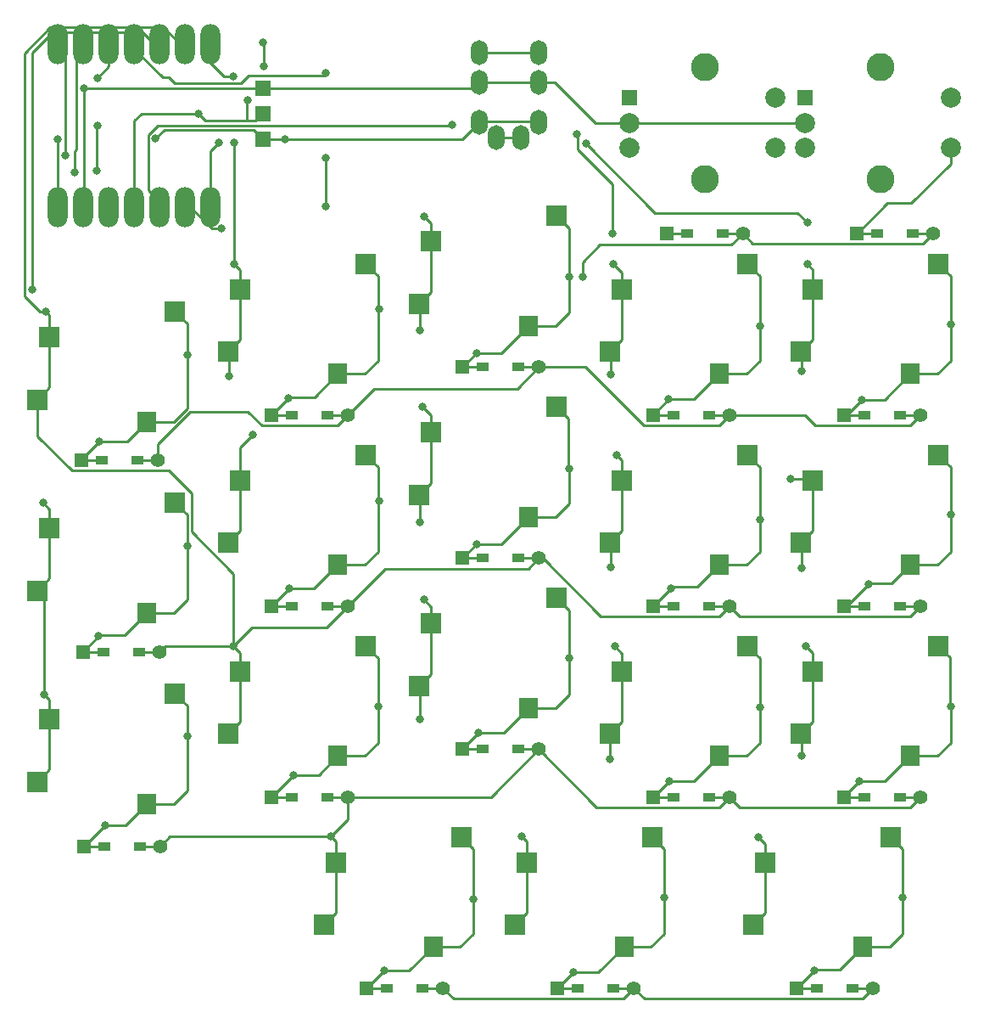
<source format=gbl>
G04 #@! TF.GenerationSoftware,KiCad,Pcbnew,(5.1.6-0-10_14)*
G04 #@! TF.CreationDate,2022-08-19T19:12:35+09:00*
G04 #@! TF.ProjectId,cool536xiao,636f6f6c-3533-4367-9869-616f2e6b6963,rev?*
G04 #@! TF.SameCoordinates,Original*
G04 #@! TF.FileFunction,Copper,L2,Bot*
G04 #@! TF.FilePolarity,Positive*
%FSLAX46Y46*%
G04 Gerber Fmt 4.6, Leading zero omitted, Abs format (unit mm)*
G04 Created by KiCad (PCBNEW (5.1.6-0-10_14)) date 2022-08-19 19:12:35*
%MOMM*%
%LPD*%
G01*
G04 APERTURE LIST*
G04 #@! TA.AperFunction,SMDPad,CuDef*
%ADD10O,2.000000X4.000000*%
G04 #@! TD*
G04 #@! TA.AperFunction,SMDPad,CuDef*
%ADD11R,2.000000X2.000000*%
G04 #@! TD*
G04 #@! TA.AperFunction,SMDPad,CuDef*
%ADD12R,1.900000X2.000000*%
G04 #@! TD*
G04 #@! TA.AperFunction,ComponentPad*
%ADD13C,1.397000*%
G04 #@! TD*
G04 #@! TA.AperFunction,ComponentPad*
%ADD14R,1.397000X1.397000*%
G04 #@! TD*
G04 #@! TA.AperFunction,SMDPad,CuDef*
%ADD15R,1.300000X0.950000*%
G04 #@! TD*
G04 #@! TA.AperFunction,ComponentPad*
%ADD16R,1.500000X1.500000*%
G04 #@! TD*
G04 #@! TA.AperFunction,ComponentPad*
%ADD17C,2.000000*%
G04 #@! TD*
G04 #@! TA.AperFunction,ComponentPad*
%ADD18C,2.800000*%
G04 #@! TD*
G04 #@! TA.AperFunction,ComponentPad*
%ADD19O,1.700000X2.500000*%
G04 #@! TD*
G04 #@! TA.AperFunction,SMDPad,CuDef*
%ADD20R,1.524000X1.524000*%
G04 #@! TD*
G04 #@! TA.AperFunction,ViaPad*
%ADD21C,0.800000*%
G04 #@! TD*
G04 #@! TA.AperFunction,Conductor*
%ADD22C,0.250000*%
G04 #@! TD*
G04 APERTURE END LIST*
D10*
X43470000Y-36540000D03*
X43470000Y-52780000D03*
X46010000Y-36540000D03*
X46010000Y-52780000D03*
X48550000Y-36540000D03*
X51090000Y-36540000D03*
X53630000Y-36540000D03*
X56170000Y-36540000D03*
X58710000Y-36540000D03*
X58710000Y-52780000D03*
X56170000Y-52780000D03*
X53630000Y-52780000D03*
X51090000Y-52780000D03*
X48550000Y-52780000D03*
D11*
X79550000Y-62470000D03*
D12*
X90450000Y-64670000D03*
D11*
X80750000Y-56230000D03*
X93250000Y-53690000D03*
D13*
X111830000Y-55420000D03*
D14*
X104210000Y-55420000D03*
D15*
X106245000Y-55420000D03*
X109795000Y-55420000D03*
D13*
X130870000Y-55400000D03*
D14*
X123250000Y-55400000D03*
D15*
X125285000Y-55400000D03*
X128835000Y-55400000D03*
D16*
X118090000Y-41910000D03*
D17*
X118090000Y-44410000D03*
X118090000Y-46910000D03*
D18*
X125590000Y-38810000D03*
X125590000Y-50010000D03*
D17*
X132590000Y-41910000D03*
X132590000Y-46910000D03*
D16*
X100560000Y-41910000D03*
D17*
X100560000Y-44410000D03*
X100560000Y-46910000D03*
D18*
X108060000Y-38810000D03*
X108060000Y-50010000D03*
D17*
X115060000Y-41910000D03*
X115060000Y-46910000D03*
D19*
X87250000Y-45870000D03*
X91450000Y-44370000D03*
X91450000Y-40370000D03*
X91450000Y-37370000D03*
X85500000Y-40370000D03*
X85500000Y-37370000D03*
X89700000Y-45870000D03*
X85500000Y-44370000D03*
D11*
X93250000Y-91790000D03*
X80750000Y-94330000D03*
D12*
X90450000Y-102770000D03*
D11*
X79550000Y-100570000D03*
X41450000Y-91045000D03*
D12*
X52350000Y-93245000D03*
D11*
X42650000Y-84805000D03*
X55150000Y-82265000D03*
X74200000Y-77502500D03*
X61700000Y-80042500D03*
D12*
X71400000Y-88482500D03*
D11*
X60500000Y-86282500D03*
D15*
X70375000Y-73532499D03*
D13*
X72410000Y-73532499D03*
D14*
X64790000Y-73532499D03*
D15*
X66825000Y-73532499D03*
D11*
X112300000Y-77502500D03*
X99800000Y-80042500D03*
D12*
X109500000Y-88482500D03*
D11*
X98600000Y-86282500D03*
X89075000Y-124382500D03*
D12*
X99975000Y-126582500D03*
D11*
X90275000Y-118142500D03*
X102775000Y-115602500D03*
X70025000Y-124382500D03*
D12*
X80925000Y-126582500D03*
D11*
X71225000Y-118142500D03*
X83725000Y-115602500D03*
X131350000Y-96552500D03*
X118850000Y-99092500D03*
D12*
X128550000Y-107532500D03*
D11*
X117650000Y-105332500D03*
X131350000Y-58452499D03*
X118850000Y-60992499D03*
D12*
X128550000Y-69432499D03*
D11*
X117650000Y-67232499D03*
X60500000Y-105332500D03*
D12*
X71400000Y-107532500D03*
D11*
X61700000Y-99092500D03*
X74200000Y-96552500D03*
X112300000Y-96552500D03*
X99800000Y-99092500D03*
D12*
X109500000Y-107532500D03*
D11*
X98600000Y-105332500D03*
X131350000Y-77502500D03*
X118850000Y-80042500D03*
D12*
X128550000Y-88482500D03*
D11*
X117650000Y-86282500D03*
X55150000Y-101315000D03*
X42650000Y-103855000D03*
D12*
X52350000Y-112295000D03*
D11*
X41450000Y-110095000D03*
X93250000Y-72740000D03*
X80750000Y-75280000D03*
D12*
X90450000Y-83720000D03*
D11*
X79550000Y-81520000D03*
D15*
X108475000Y-92582500D03*
D13*
X110510000Y-92582500D03*
D14*
X102890000Y-92582500D03*
D15*
X104925000Y-92582500D03*
X127525000Y-92582500D03*
D13*
X129560000Y-92582500D03*
D14*
X121940000Y-92582500D03*
D15*
X123975000Y-92582500D03*
X98950000Y-130682500D03*
D13*
X100985000Y-130682500D03*
D14*
X93365000Y-130682500D03*
D15*
X95400000Y-130682500D03*
X122763000Y-130682500D03*
D13*
X124798000Y-130682500D03*
D14*
X117178000Y-130682500D03*
D15*
X119213000Y-130682500D03*
X89425000Y-68770000D03*
D13*
X91460000Y-68770000D03*
D14*
X83840000Y-68770000D03*
D15*
X85875000Y-68770000D03*
X108475000Y-73532499D03*
D13*
X110510000Y-73532499D03*
D14*
X102890000Y-73532499D03*
D15*
X104925000Y-73532499D03*
X127525000Y-73532499D03*
D13*
X129560000Y-73532499D03*
D14*
X121940000Y-73532499D03*
D15*
X123975000Y-73532499D03*
X89425000Y-87820000D03*
D13*
X91460000Y-87820000D03*
D14*
X83840000Y-87820000D03*
D15*
X85875000Y-87820000D03*
X70375000Y-92582500D03*
D13*
X72410000Y-92582500D03*
D14*
X64790000Y-92582500D03*
D15*
X66825000Y-92582500D03*
X70375000Y-111632500D03*
D13*
X72410000Y-111632500D03*
D14*
X64790000Y-111632500D03*
D15*
X66825000Y-111632500D03*
X89425000Y-106870000D03*
D13*
X91460000Y-106870000D03*
D14*
X83840000Y-106870000D03*
D15*
X85875000Y-106870000D03*
X108475000Y-111632500D03*
D13*
X110510000Y-111632500D03*
D14*
X102890000Y-111632500D03*
D15*
X104925000Y-111632500D03*
X127525000Y-111632500D03*
D13*
X129560000Y-111632500D03*
D14*
X121940000Y-111632500D03*
D15*
X123975000Y-111632500D03*
X79900000Y-130682500D03*
D13*
X81935000Y-130682500D03*
D14*
X74315000Y-130682500D03*
D15*
X76350000Y-130682500D03*
D11*
X126588000Y-115602500D03*
X114088000Y-118142500D03*
D12*
X123788000Y-126582500D03*
D11*
X112888000Y-124382500D03*
X60500000Y-67232499D03*
D12*
X71400000Y-69432499D03*
D11*
X61700000Y-60992499D03*
X74200000Y-58452499D03*
X98600000Y-67232499D03*
D12*
X109500000Y-69432499D03*
D11*
X99800000Y-60992499D03*
X112300000Y-58452499D03*
X41450000Y-71995000D03*
D12*
X52350000Y-74195000D03*
D11*
X42650000Y-65755000D03*
X55150000Y-63215000D03*
D15*
X51415000Y-78070000D03*
X47865000Y-78070000D03*
D14*
X45830000Y-78070000D03*
D13*
X53450000Y-78070000D03*
X53590000Y-97140000D03*
D14*
X45970000Y-97140000D03*
D15*
X48005000Y-97140000D03*
X51555000Y-97140000D03*
X51655000Y-116550000D03*
X48105000Y-116550000D03*
D14*
X46070000Y-116550000D03*
D13*
X53690000Y-116550000D03*
D20*
X63910000Y-40920000D03*
X63910000Y-43460000D03*
X63910000Y-46000000D03*
D21*
X47640000Y-76170000D03*
X56411917Y-67554941D03*
X66496249Y-71826249D03*
X75532525Y-62940572D03*
X85250000Y-67360000D03*
X94475001Y-59714999D03*
X104432499Y-71990000D03*
X113525001Y-64704999D03*
X123740000Y-72010000D03*
X132575001Y-64465001D03*
X47540000Y-95570000D03*
X56385741Y-86558677D03*
X66532500Y-90840000D03*
X75578350Y-82116680D03*
X85270000Y-86390000D03*
X94475001Y-78904999D03*
X104671250Y-90801250D03*
X113525001Y-83945001D03*
X124365000Y-90445000D03*
X132575001Y-83445001D03*
X48200000Y-114420000D03*
X56381326Y-105601228D03*
X67002500Y-109420000D03*
X75425001Y-102595001D03*
X85450000Y-105260000D03*
X94475001Y-97804999D03*
X104462500Y-110060000D03*
X113525001Y-102725001D03*
X123490000Y-110040000D03*
X132575001Y-102614999D03*
X76037500Y-128960000D03*
X84950001Y-121830001D03*
X94907500Y-129140000D03*
X104000001Y-121609999D03*
X127813001Y-121663001D03*
X118970250Y-128890250D03*
X43500000Y-46000000D03*
X53200000Y-45990000D03*
X66130000Y-46000000D03*
X46070000Y-40920000D03*
X59540000Y-46370000D03*
X63990000Y-38750000D03*
X63960000Y-36360000D03*
X57488002Y-43488000D03*
X62390000Y-42140000D03*
X44230000Y-47640000D03*
X45190000Y-49360000D03*
X42140000Y-101440000D03*
X41990000Y-82260000D03*
X40890000Y-61060000D03*
X47410000Y-39930000D03*
X47410000Y-44660000D03*
X47350000Y-49210000D03*
X70190000Y-39430000D03*
X70190000Y-47870000D03*
X70190000Y-52710000D03*
X61020000Y-96550000D03*
X42250000Y-63190000D03*
X70720000Y-115580000D03*
X61110000Y-58460000D03*
X62910000Y-75530000D03*
X60570000Y-69680000D03*
X61020000Y-39744990D03*
X61050000Y-46340000D03*
X89740000Y-115560000D03*
X99070000Y-96580000D03*
X99250000Y-77520000D03*
X98940000Y-58490000D03*
X98590000Y-107880000D03*
X98650000Y-88730000D03*
X98660000Y-69490000D03*
X98840000Y-55410000D03*
X95300000Y-45560000D03*
X59840000Y-54960000D03*
X80020000Y-91960000D03*
X79890000Y-72730000D03*
X80020000Y-53710000D03*
X95830000Y-59760000D03*
X79580000Y-103880000D03*
X79650000Y-84200000D03*
X79610000Y-65120000D03*
X113390000Y-115650000D03*
X118170000Y-96580000D03*
X116640000Y-79910000D03*
X118262499Y-58452499D03*
X117740000Y-88760000D03*
X117710000Y-69170000D03*
X117710000Y-107540000D03*
X96190000Y-46490000D03*
X118300000Y-54350000D03*
X82808590Y-44581410D03*
D22*
X56375001Y-72871001D02*
X55051002Y-74195000D01*
X56375001Y-64440001D02*
X56375001Y-72871001D01*
X55051002Y-74195000D02*
X52350000Y-74195000D01*
X55150000Y-63215000D02*
X56375001Y-64440001D01*
X47865000Y-78070000D02*
X45830000Y-78070000D01*
X45830000Y-78070000D02*
X45830000Y-77980000D01*
X45830000Y-77980000D02*
X47640000Y-76170000D01*
X50375000Y-76170000D02*
X52350000Y-74195000D01*
X47640000Y-76170000D02*
X50375000Y-76170000D01*
X75425001Y-68108500D02*
X74101002Y-69432499D01*
X75425001Y-59677500D02*
X75425001Y-68108500D01*
X74101002Y-69432499D02*
X71400000Y-69432499D01*
X74200000Y-58452499D02*
X75425001Y-59677500D01*
X66825000Y-73532499D02*
X64790000Y-73532499D01*
X71400000Y-69432499D02*
X69092499Y-71740000D01*
X69092499Y-71740000D02*
X66582499Y-71740000D01*
X66496249Y-71826249D02*
X64790000Y-73532499D01*
X66582499Y-71740000D02*
X66496249Y-71826249D01*
X94475001Y-63346001D02*
X93151002Y-64670000D01*
X93151002Y-64670000D02*
X90450000Y-64670000D01*
X85250000Y-67360000D02*
X83840000Y-68770000D01*
X90450000Y-64670000D02*
X87760000Y-67360000D01*
X83840000Y-68770000D02*
X85875000Y-68770000D01*
X93250000Y-53690000D02*
X94475001Y-54915001D01*
X87760000Y-67360000D02*
X85250000Y-67360000D01*
X94475001Y-59714999D02*
X94475001Y-63346001D01*
X94475001Y-54915001D02*
X94475001Y-59714999D01*
X104432499Y-71990000D02*
X102890000Y-73532499D01*
X102890000Y-73532499D02*
X104925000Y-73532499D01*
X106942499Y-71990000D02*
X104432499Y-71990000D01*
X109500000Y-69432499D02*
X106942499Y-71990000D01*
X113525001Y-68108500D02*
X112201002Y-69432499D01*
X112201002Y-69432499D02*
X109500000Y-69432499D01*
X112300000Y-58452499D02*
X113525001Y-59677500D01*
X113525001Y-64704999D02*
X113525001Y-68108500D01*
X113525001Y-59677500D02*
X113525001Y-64704999D01*
X128550000Y-69432499D02*
X125972499Y-72010000D01*
X131251002Y-69432499D02*
X128550000Y-69432499D01*
X132575001Y-68108500D02*
X131251002Y-69432499D01*
X131350000Y-58452499D02*
X132575001Y-59677500D01*
X123975000Y-73532499D02*
X121940000Y-73532499D01*
X125972499Y-72010000D02*
X123740000Y-72010000D01*
X122217501Y-73532499D02*
X121940000Y-73532499D01*
X123740000Y-72010000D02*
X122217501Y-73532499D01*
X132575001Y-64465001D02*
X132575001Y-68108500D01*
X132575001Y-59677500D02*
X132575001Y-64465001D01*
X55051002Y-93245000D02*
X52350000Y-93245000D01*
X56375001Y-91921001D02*
X55051002Y-93245000D01*
X55150000Y-82265000D02*
X56375001Y-83490001D01*
X45970000Y-97140000D02*
X48005000Y-97140000D01*
X52350000Y-93245000D02*
X50145000Y-95450000D01*
X50145000Y-95450000D02*
X47660000Y-95450000D01*
X47540000Y-95570000D02*
X45970000Y-97140000D01*
X47660000Y-95450000D02*
X47540000Y-95570000D01*
X56385741Y-86558677D02*
X56385741Y-86555739D01*
X56385741Y-86555739D02*
X56375001Y-86544999D01*
X56375001Y-86544999D02*
X56375001Y-91921001D01*
X56375001Y-83490001D02*
X56375001Y-86544999D01*
X74101002Y-88482500D02*
X71400000Y-88482500D01*
X75425001Y-87158501D02*
X74101002Y-88482500D01*
X74200000Y-77502500D02*
X75425001Y-78727501D01*
X66825000Y-92582500D02*
X64790000Y-92582500D01*
X71400000Y-88482500D02*
X69042500Y-90840000D01*
X66532500Y-90840000D02*
X64790000Y-92582500D01*
X69042500Y-90840000D02*
X66532500Y-90840000D01*
X75578350Y-82231650D02*
X75425001Y-82384999D01*
X75578350Y-82116680D02*
X75578350Y-82231650D01*
X75425001Y-82384999D02*
X75425001Y-87158501D01*
X75425001Y-78727501D02*
X75425001Y-82384999D01*
X85270000Y-86390000D02*
X83840000Y-87820000D01*
X87780000Y-86390000D02*
X85270000Y-86390000D01*
X93250000Y-72740000D02*
X94425001Y-73915001D01*
X94425001Y-73915001D02*
X94425001Y-78704999D01*
X94425001Y-78704999D02*
X94475001Y-78754999D01*
X94475001Y-82396001D02*
X93151002Y-83720000D01*
X93151002Y-83720000D02*
X90450000Y-83720000D01*
X90450000Y-83720000D02*
X87780000Y-86390000D01*
X83840000Y-87820000D02*
X85875000Y-87820000D01*
X94475001Y-78904999D02*
X94475001Y-82396001D01*
X94475001Y-78754999D02*
X94475001Y-78904999D01*
X113525001Y-87158501D02*
X112201002Y-88482500D01*
X112201002Y-88482500D02*
X109500000Y-88482500D01*
X112300000Y-77502500D02*
X113525001Y-78727501D01*
X104925000Y-92582500D02*
X102890000Y-92582500D01*
X109500000Y-88482500D02*
X107332500Y-90650000D01*
X107332500Y-90650000D02*
X104822500Y-90650000D01*
X104671250Y-90801250D02*
X102890000Y-92582500D01*
X104822500Y-90650000D02*
X104671250Y-90801250D01*
X113525001Y-83945001D02*
X113525001Y-87158501D01*
X113525001Y-78727501D02*
X113525001Y-83945001D01*
X131251002Y-88482500D02*
X128550000Y-88482500D01*
X132575001Y-87158501D02*
X131251002Y-88482500D01*
X131350000Y-77502500D02*
X132575001Y-78727501D01*
X126724999Y-90307501D02*
X124502499Y-90307501D01*
X128550000Y-88482500D02*
X126724999Y-90307501D01*
X122227500Y-92582500D02*
X121940000Y-92582500D01*
X121940000Y-92582500D02*
X123975000Y-92582500D01*
X124365000Y-90445000D02*
X122227500Y-92582500D01*
X124502499Y-90307501D02*
X124365000Y-90445000D01*
X132575001Y-83445001D02*
X132575001Y-87158501D01*
X132575001Y-78727501D02*
X132575001Y-83445001D01*
X56375001Y-110971001D02*
X55051002Y-112295000D01*
X55051002Y-112295000D02*
X52350000Y-112295000D01*
X55150000Y-101315000D02*
X56375001Y-102540001D01*
X52350000Y-112295000D02*
X50225000Y-114420000D01*
X48200000Y-114420000D02*
X46070000Y-116550000D01*
X50225000Y-114420000D02*
X48200000Y-114420000D01*
X46070000Y-116550000D02*
X48105000Y-116550000D01*
X56381326Y-105601228D02*
X56381326Y-105668676D01*
X56381326Y-105668676D02*
X56375001Y-105675001D01*
X56375001Y-105675001D02*
X56375001Y-110971001D01*
X56375001Y-102540001D02*
X56375001Y-105675001D01*
X74101002Y-107532500D02*
X71400000Y-107532500D01*
X75425001Y-106208501D02*
X74101002Y-107532500D01*
X74200000Y-96552500D02*
X75425001Y-97777501D01*
X66825000Y-111632500D02*
X64790000Y-111632500D01*
X71400000Y-107532500D02*
X69512500Y-109420000D01*
X67002500Y-109420000D02*
X64790000Y-111632500D01*
X69512500Y-109420000D02*
X67002500Y-109420000D01*
X75425001Y-102595001D02*
X75425001Y-106208501D01*
X75425001Y-97777501D02*
X75425001Y-102595001D01*
X83840000Y-106870000D02*
X85875000Y-106870000D01*
X87960000Y-105260000D02*
X85450000Y-105260000D01*
X94475001Y-101446001D02*
X93151002Y-102770000D01*
X93151002Y-102770000D02*
X90450000Y-102770000D01*
X85450000Y-105260000D02*
X83840000Y-106870000D01*
X90450000Y-102770000D02*
X87960000Y-105260000D01*
X93250000Y-91790000D02*
X94475001Y-93015001D01*
X94475001Y-97804999D02*
X94475001Y-101446001D01*
X94475001Y-93015001D02*
X94475001Y-97804999D01*
X102890000Y-111632500D02*
X104925000Y-111632500D01*
X109500000Y-107532500D02*
X106972500Y-110060000D01*
X112201002Y-107532500D02*
X109500000Y-107532500D01*
X112300000Y-96552500D02*
X113525001Y-97777501D01*
X113525001Y-106208501D02*
X112201002Y-107532500D01*
X104462500Y-110060000D02*
X102890000Y-111632500D01*
X106972500Y-110060000D02*
X104462500Y-110060000D01*
X113525001Y-102725001D02*
X113525001Y-106208501D01*
X113525001Y-97777501D02*
X113525001Y-102725001D01*
X128550000Y-107532500D02*
X126042500Y-110040000D01*
X131251002Y-107532500D02*
X128550000Y-107532500D01*
X132575001Y-106208501D02*
X131251002Y-107532500D01*
X132575001Y-102614999D02*
X132575001Y-106208501D01*
X132525001Y-102564999D02*
X132575001Y-102614999D01*
X132525001Y-97727501D02*
X132525001Y-102564999D01*
X131350000Y-96552500D02*
X132525001Y-97727501D01*
X121940000Y-111632500D02*
X123975000Y-111632500D01*
X121940000Y-111632500D02*
X121940000Y-111590000D01*
X123490000Y-110040000D02*
X126042500Y-110040000D01*
X121940000Y-111590000D02*
X123490000Y-110040000D01*
X76037500Y-128960000D02*
X74315000Y-130682500D01*
X74315000Y-130682500D02*
X76350000Y-130682500D01*
X78547500Y-128960000D02*
X76037500Y-128960000D01*
X80925000Y-126582500D02*
X78547500Y-128960000D01*
X83626002Y-126582500D02*
X80925000Y-126582500D01*
X84950001Y-125258501D02*
X83626002Y-126582500D01*
X83725000Y-115602500D02*
X84950001Y-116827501D01*
X84950001Y-121830001D02*
X84950001Y-125258501D01*
X84950001Y-116827501D02*
X84950001Y-121830001D01*
X93365000Y-130682500D02*
X95400000Y-130682500D01*
X94907500Y-129140000D02*
X93365000Y-130682500D01*
X99975000Y-126582500D02*
X97417500Y-129140000D01*
X102676002Y-126582500D02*
X99975000Y-126582500D01*
X104000001Y-125258501D02*
X102676002Y-126582500D01*
X102775000Y-115602500D02*
X104000001Y-116827501D01*
X97417500Y-129140000D02*
X94907500Y-129140000D01*
X104000001Y-121609999D02*
X104000001Y-125258501D01*
X104000001Y-116827501D02*
X104000001Y-121609999D01*
X121510500Y-128860000D02*
X119000500Y-128860000D01*
X117178000Y-130682500D02*
X119213000Y-130682500D01*
X123788000Y-126582500D02*
X121510500Y-128860000D01*
X127813001Y-125258501D02*
X126489002Y-126582500D01*
X126489002Y-126582500D02*
X123788000Y-126582500D01*
X126588000Y-115602500D02*
X127813001Y-116827501D01*
X127813001Y-121663001D02*
X127813001Y-125258501D01*
X127813001Y-116827501D02*
X127813001Y-121663001D01*
X118970250Y-128890250D02*
X117178000Y-130682500D01*
X119000500Y-128860000D02*
X118970250Y-128890250D01*
X106245000Y-55420000D02*
X104210000Y-55420000D01*
X104210000Y-55420000D02*
X104210000Y-55060000D01*
X125285000Y-55400000D02*
X123250000Y-55400000D01*
X126280000Y-52410000D02*
X123290000Y-55400000D01*
X123290000Y-55400000D02*
X123250000Y-55400000D01*
X128660000Y-52410000D02*
X126280000Y-52410000D01*
X132590000Y-48480000D02*
X128660000Y-52410000D01*
X132590000Y-46910000D02*
X132590000Y-48480000D01*
X87250000Y-45870000D02*
X89700000Y-45870000D01*
X83870000Y-46000000D02*
X85500000Y-44370000D01*
X43470000Y-52280000D02*
X43470000Y-47240000D01*
X43500000Y-47210000D02*
X43500000Y-46000000D01*
X43470000Y-47240000D02*
X43500000Y-47210000D01*
X66130000Y-46000000D02*
X83870000Y-46000000D01*
X63910000Y-46000000D02*
X66130000Y-46000000D01*
X63010010Y-45100010D02*
X63910000Y-46000000D01*
X54089990Y-45100010D02*
X63010010Y-45100010D01*
X53200000Y-45990000D02*
X54089990Y-45100010D01*
X85575010Y-44294990D02*
X91374990Y-44294990D01*
X91374990Y-44294990D02*
X91450000Y-44370000D01*
X85500000Y-44370000D02*
X85575010Y-44294990D01*
X118090000Y-44410000D02*
X100560000Y-44410000D01*
X84950000Y-40920000D02*
X85500000Y-40370000D01*
X63910000Y-40920000D02*
X84950000Y-40920000D01*
X91450000Y-40370000D02*
X93110000Y-40370000D01*
X97150000Y-44410000D02*
X100560000Y-44410000D01*
X93110000Y-40370000D02*
X97150000Y-44410000D01*
X63910000Y-40920000D02*
X47280000Y-40920000D01*
X47280000Y-40920000D02*
X46070000Y-40920000D01*
X46070000Y-52220000D02*
X46010000Y-52280000D01*
X46070000Y-40920000D02*
X46070000Y-52220000D01*
X85500000Y-40370000D02*
X91450000Y-40370000D01*
X58710000Y-47200000D02*
X59540000Y-46370000D01*
X58710000Y-52280000D02*
X58710000Y-47200000D01*
X63990000Y-36390000D02*
X63960000Y-36360000D01*
X63990000Y-38750000D02*
X63990000Y-36390000D01*
X85500000Y-37370000D02*
X91450000Y-37370000D01*
X51090000Y-52280000D02*
X51090000Y-44200000D01*
X51802000Y-43488000D02*
X57488002Y-43488000D01*
X51090000Y-44200000D02*
X51802000Y-43488000D01*
X57488002Y-43488000D02*
X58199992Y-44199990D01*
X63170010Y-44199990D02*
X63910000Y-43460000D01*
X62380010Y-44199990D02*
X62380010Y-42149990D01*
X62380010Y-42149990D02*
X62390000Y-42140000D01*
X58199992Y-44199990D02*
X62380010Y-44199990D01*
X62380010Y-44199990D02*
X63170010Y-44199990D01*
X43470000Y-37040000D02*
X44225001Y-37795001D01*
X44230000Y-37800000D02*
X44230000Y-47640000D01*
X43470000Y-37040000D02*
X44230000Y-37800000D01*
X46010000Y-37040000D02*
X45344999Y-37705001D01*
X45190000Y-49360000D02*
X45190000Y-47199998D01*
X45190000Y-47199998D02*
X45344999Y-47044999D01*
X45344999Y-47044999D02*
X45344999Y-47055001D01*
X45344999Y-37705001D02*
X45344999Y-47044999D01*
X42650000Y-89845000D02*
X41450000Y-91045000D01*
X42650000Y-84805000D02*
X42650000Y-89845000D01*
X42650000Y-108895000D02*
X41450000Y-110095000D01*
X42650000Y-103855000D02*
X42650000Y-108895000D01*
X51415000Y-78070000D02*
X53450000Y-78070000D01*
X70375000Y-73532499D02*
X72410000Y-73532499D01*
X89425000Y-68770000D02*
X91460000Y-68770000D01*
X127525000Y-73532499D02*
X129560000Y-73532499D01*
X108475000Y-73532499D02*
X110510000Y-73532499D01*
X42650000Y-101950000D02*
X42140000Y-101440000D01*
X42650000Y-103855000D02*
X42650000Y-101950000D01*
X42650000Y-82920000D02*
X42650000Y-84805000D01*
X41990000Y-82260000D02*
X42650000Y-82920000D01*
X53450000Y-78070000D02*
X53450000Y-76432412D01*
X53450000Y-76432412D02*
X56692412Y-73190000D01*
X63831499Y-74556000D02*
X71386499Y-74556000D01*
X71386499Y-74556000D02*
X72410000Y-73532499D01*
X62465499Y-73190000D02*
X63831499Y-74556000D01*
X56692412Y-73190000D02*
X62465499Y-73190000D01*
X89315001Y-70914999D02*
X91460000Y-68770000D01*
X75027500Y-70914999D02*
X89315001Y-70914999D01*
X72410000Y-73532499D02*
X75027500Y-70914999D01*
X109486499Y-74556000D02*
X110510000Y-73532499D01*
X101931499Y-74556000D02*
X109486499Y-74556000D01*
X96145499Y-68770000D02*
X101931499Y-74556000D01*
X91460000Y-68770000D02*
X96145499Y-68770000D01*
X128536499Y-74556000D02*
X129560000Y-73532499D01*
X119056000Y-74556000D02*
X128536499Y-74556000D01*
X118032499Y-73532499D02*
X119056000Y-74556000D01*
X110510000Y-73532499D02*
X118032499Y-73532499D01*
X42140000Y-91735000D02*
X41450000Y-91045000D01*
X42140000Y-101440000D02*
X42140000Y-91735000D01*
X42921163Y-35340850D02*
X40890000Y-37372013D01*
X40890000Y-37372013D02*
X40890000Y-61060000D01*
X51930850Y-35340850D02*
X42921163Y-35340850D01*
X53630000Y-37040000D02*
X51930850Y-35340850D01*
X48550000Y-38790000D02*
X47410000Y-39930000D01*
X48550000Y-37040000D02*
X48550000Y-38790000D01*
X47350000Y-44720000D02*
X47410000Y-44660000D01*
X47350000Y-49210000D02*
X47350000Y-44720000D01*
X70190000Y-52780000D02*
X70190000Y-52710000D01*
X70190000Y-47870000D02*
X70190000Y-52710000D01*
X69920000Y-39700000D02*
X70190000Y-39430000D01*
X62510000Y-39700000D02*
X69920000Y-39700000D01*
X54590000Y-39900000D02*
X55159990Y-40469990D01*
X61740010Y-40469990D02*
X62510000Y-39700000D01*
X53950000Y-39900000D02*
X54590000Y-39900000D01*
X55159990Y-40469990D02*
X61740010Y-40469990D01*
X51090000Y-37040000D02*
X53950000Y-39900000D01*
X42650000Y-70795000D02*
X41450000Y-71995000D01*
X42650000Y-65755000D02*
X42650000Y-70795000D01*
X61700000Y-104132500D02*
X60500000Y-105332500D01*
X61700000Y-99092500D02*
X61700000Y-104132500D01*
X51555000Y-97140000D02*
X53590000Y-97140000D01*
X70375000Y-92582500D02*
X72410000Y-92582500D01*
X89425000Y-87820000D02*
X91460000Y-87820000D01*
X127525000Y-92582500D02*
X129560000Y-92582500D01*
X108475000Y-92582500D02*
X110510000Y-92582500D01*
X61700000Y-97230000D02*
X61700000Y-99092500D01*
X61020000Y-96550000D02*
X61700000Y-97230000D01*
X42650000Y-63590000D02*
X42650000Y-65755000D01*
X42250000Y-63190000D02*
X42650000Y-63590000D01*
X111533501Y-93606001D02*
X110510000Y-92582500D01*
X128536499Y-93606001D02*
X111533501Y-93606001D01*
X129560000Y-92582500D02*
X128536499Y-93606001D01*
X91865002Y-87820000D02*
X91460000Y-87820000D01*
X97651003Y-93606001D02*
X91865002Y-87820000D01*
X109486499Y-93606001D02*
X97651003Y-93606001D01*
X110510000Y-92582500D02*
X109486499Y-93606001D01*
X90436499Y-88843501D02*
X76148999Y-88843501D01*
X76148999Y-88843501D02*
X72410000Y-92582500D01*
X91460000Y-87820000D02*
X90436499Y-88843501D01*
X62842501Y-94727499D02*
X61020000Y-96550000D01*
X70265001Y-94727499D02*
X62842501Y-94727499D01*
X72410000Y-92582500D02*
X70265001Y-94727499D01*
X54180000Y-96550000D02*
X53590000Y-97140000D01*
X61020000Y-96550000D02*
X54180000Y-96550000D01*
X41450000Y-75672002D02*
X41450000Y-71995000D01*
X56825011Y-81355009D02*
X54563503Y-79093501D01*
X54563503Y-79093501D02*
X44871499Y-79093501D01*
X56825011Y-85192513D02*
X56825011Y-81355009D01*
X44871499Y-79093501D02*
X41450000Y-75672002D01*
X61020000Y-89387502D02*
X56825011Y-85192513D01*
X61020000Y-96550000D02*
X61020000Y-89387502D01*
X41684315Y-63190000D02*
X42250000Y-63190000D01*
X56170000Y-37040000D02*
X54020840Y-34890840D01*
X40164999Y-61670684D02*
X41684315Y-63190000D01*
X42734762Y-34890841D02*
X40164999Y-37460604D01*
X54020840Y-34890840D02*
X42734762Y-34890841D01*
X40164999Y-37460604D02*
X40164999Y-61670684D01*
X108475000Y-111632500D02*
X110510000Y-111632500D01*
X89425000Y-106870000D02*
X91460000Y-106870000D01*
X127525000Y-111632500D02*
X129560000Y-111632500D01*
X61700000Y-85082500D02*
X60500000Y-86282500D01*
X61700000Y-80042500D02*
X61700000Y-85082500D01*
X61700000Y-66032499D02*
X60500000Y-67232499D01*
X61700000Y-60992499D02*
X61700000Y-66032499D01*
X71225000Y-123182500D02*
X70025000Y-124382500D01*
X71225000Y-118142500D02*
X71225000Y-123182500D01*
X51655000Y-116550000D02*
X53690000Y-116550000D01*
X70375000Y-111632500D02*
X72410000Y-111632500D01*
X71225000Y-116085000D02*
X71225000Y-118142500D01*
X70720000Y-115580000D02*
X71225000Y-116085000D01*
X61700000Y-80042500D02*
X61700000Y-78100000D01*
X61700000Y-59050000D02*
X61110000Y-58460000D01*
X61700000Y-60992499D02*
X61700000Y-59050000D01*
X111533501Y-112656001D02*
X110510000Y-111632500D01*
X128536499Y-112656001D02*
X111533501Y-112656001D01*
X129560000Y-111632500D02*
X128536499Y-112656001D01*
X97246001Y-112656001D02*
X91460000Y-106870000D01*
X109486499Y-112656001D02*
X97246001Y-112656001D01*
X110510000Y-111632500D02*
X109486499Y-112656001D01*
X86697500Y-111632500D02*
X72410000Y-111632500D01*
X91460000Y-106870000D02*
X86697500Y-111632500D01*
X72410000Y-113890000D02*
X70720000Y-115580000D01*
X72410000Y-111632500D02*
X72410000Y-113890000D01*
X54660000Y-115580000D02*
X53690000Y-116550000D01*
X70720000Y-115580000D02*
X54660000Y-115580000D01*
X61700000Y-78100000D02*
X61700000Y-76740000D01*
X61700000Y-76740000D02*
X62910000Y-75530000D01*
X60570000Y-67302499D02*
X60500000Y-67232499D01*
X60570000Y-69680000D02*
X60570000Y-67302499D01*
X58710000Y-37040000D02*
X58710000Y-38400000D01*
X60054990Y-39744990D02*
X61020000Y-39744990D01*
X58710000Y-38400000D02*
X60054990Y-39744990D01*
X61050000Y-58400000D02*
X61110000Y-58460000D01*
X61050000Y-46340000D02*
X61050000Y-58400000D01*
X99800000Y-85082500D02*
X98600000Y-86282500D01*
X99800000Y-80042500D02*
X99800000Y-85082500D01*
X99800000Y-104132500D02*
X98600000Y-105332500D01*
X99800000Y-99092500D02*
X99800000Y-104132500D01*
X99800000Y-66032499D02*
X98600000Y-67232499D01*
X99800000Y-60992499D02*
X99800000Y-66032499D01*
X90275000Y-123182500D02*
X89075000Y-124382500D01*
X90275000Y-118142500D02*
X90275000Y-123182500D01*
X90275000Y-116095000D02*
X89740000Y-115560000D01*
X90275000Y-118142500D02*
X90275000Y-116095000D01*
X99800000Y-97310000D02*
X99800000Y-99092500D01*
X99070000Y-96580000D02*
X99800000Y-97310000D01*
X99800000Y-78070000D02*
X99250000Y-77520000D01*
X99800000Y-80042500D02*
X99800000Y-78070000D01*
X99800000Y-59350000D02*
X98940000Y-58490000D01*
X99800000Y-60992499D02*
X99800000Y-59350000D01*
X98590000Y-105342500D02*
X98600000Y-105332500D01*
X98590000Y-107880000D02*
X98590000Y-105342500D01*
X98650000Y-86332500D02*
X98600000Y-86282500D01*
X98650000Y-88730000D02*
X98650000Y-86332500D01*
X98660000Y-67292499D02*
X98600000Y-67232499D01*
X98660000Y-69490000D02*
X98660000Y-67292499D01*
X95350000Y-47060000D02*
X98840000Y-50550000D01*
X98840000Y-50550000D02*
X98840000Y-55410000D01*
X95350000Y-45610000D02*
X95300000Y-45560000D01*
X95350000Y-47060000D02*
X95350000Y-45610000D01*
X58850000Y-54960000D02*
X59840000Y-54960000D01*
X56170000Y-52280000D02*
X58850000Y-54960000D01*
X98950000Y-130682500D02*
X100985000Y-130682500D01*
X79900000Y-130682500D02*
X81935000Y-130682500D01*
X111830000Y-55420000D02*
X109795000Y-55420000D01*
X80750000Y-61270000D02*
X79550000Y-62470000D01*
X80750000Y-56230000D02*
X80750000Y-61270000D01*
X80750000Y-80320000D02*
X79550000Y-81520000D01*
X80750000Y-75280000D02*
X80750000Y-80320000D01*
X80750000Y-99370000D02*
X79550000Y-100570000D01*
X80750000Y-94330000D02*
X80750000Y-99370000D01*
X122763000Y-130682500D02*
X124798000Y-130682500D01*
X128835000Y-55400000D02*
X130870000Y-55400000D01*
X80750000Y-92690000D02*
X80020000Y-91960000D01*
X80750000Y-94330000D02*
X80750000Y-92690000D01*
X80750000Y-73590000D02*
X80750000Y-75280000D01*
X79890000Y-72730000D02*
X80750000Y-73590000D01*
X80750000Y-54440000D02*
X80750000Y-56230000D01*
X80020000Y-53710000D02*
X80750000Y-54440000D01*
X99961499Y-131706001D02*
X100985000Y-130682500D01*
X82958501Y-131706001D02*
X99961499Y-131706001D01*
X81935000Y-130682500D02*
X82958501Y-131706001D01*
X123774499Y-131706001D02*
X124798000Y-130682500D01*
X102008501Y-131706001D02*
X123774499Y-131706001D01*
X100985000Y-130682500D02*
X102008501Y-131706001D01*
X129846499Y-56423501D02*
X112833501Y-56423501D01*
X112833501Y-56423501D02*
X111830000Y-55420000D01*
X130870000Y-55400000D02*
X129846499Y-56423501D01*
X111830000Y-55420000D02*
X110670000Y-56580000D01*
X110670000Y-56580000D02*
X97590000Y-56580000D01*
X95830000Y-58340000D02*
X95830000Y-59760000D01*
X97590000Y-56580000D02*
X95830000Y-58340000D01*
X79580000Y-100600000D02*
X79550000Y-100570000D01*
X79580000Y-103880000D02*
X79580000Y-100600000D01*
X79650000Y-81620000D02*
X79550000Y-81520000D01*
X79650000Y-84200000D02*
X79650000Y-81620000D01*
X79610000Y-62530000D02*
X79550000Y-62470000D01*
X79610000Y-65120000D02*
X79610000Y-62530000D01*
X114088000Y-123182500D02*
X112888000Y-124382500D01*
X114088000Y-118142500D02*
X114088000Y-123182500D01*
X118850000Y-104132500D02*
X117650000Y-105332500D01*
X118850000Y-99092500D02*
X118850000Y-104132500D01*
X118850000Y-85082500D02*
X117650000Y-86282500D01*
X118850000Y-80042500D02*
X118850000Y-85082500D01*
X118850000Y-66032499D02*
X117650000Y-67232499D01*
X118850000Y-60992499D02*
X118850000Y-66032499D01*
X114088000Y-116348000D02*
X114088000Y-118142500D01*
X113390000Y-115650000D02*
X114088000Y-116348000D01*
X118850000Y-97260000D02*
X118170000Y-96580000D01*
X118850000Y-99092500D02*
X118850000Y-97260000D01*
X118717500Y-79910000D02*
X118850000Y-80042500D01*
X116640000Y-79910000D02*
X118717500Y-79910000D01*
X118850000Y-59040000D02*
X118262499Y-58452499D01*
X118850000Y-60992499D02*
X118850000Y-59040000D01*
X117740000Y-86372500D02*
X117650000Y-86282500D01*
X117740000Y-88760000D02*
X117740000Y-86372500D01*
X117710000Y-67292499D02*
X117650000Y-67232499D01*
X117710000Y-69170000D02*
X117710000Y-67292499D01*
X117710000Y-105392500D02*
X117650000Y-105332500D01*
X117710000Y-107540000D02*
X117710000Y-105392500D01*
X96190000Y-46490000D02*
X103070000Y-53370000D01*
X103070000Y-53370000D02*
X104220000Y-53370000D01*
X117320000Y-53370000D02*
X118300000Y-54350000D01*
X104220000Y-53370000D02*
X117320000Y-53370000D01*
X82740000Y-44650000D02*
X82808590Y-44581410D01*
X53466998Y-44650000D02*
X82740000Y-44650000D01*
X52474999Y-45641999D02*
X53466998Y-44650000D01*
X53630000Y-52280000D02*
X52474999Y-51124999D01*
X52474999Y-51124999D02*
X52474999Y-45641999D01*
M02*

</source>
